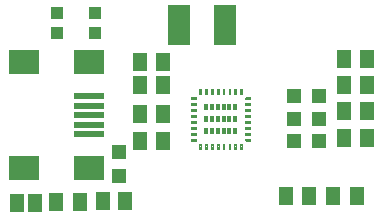
<source format=gtp>
G75*
G70*
%OFA0B0*%
%FSLAX24Y24*%
%IPPOS*%
%LPD*%
%AMOC8*
5,1,8,0,0,1.08239X$1,22.5*
%
%ADD10R,0.0472X0.0472*%
%ADD11R,0.0512X0.0630*%
%ADD12R,0.0984X0.0197*%
%ADD13R,0.0984X0.0787*%
%ADD14R,0.0748X0.1339*%
%ADD15R,0.0394X0.0433*%
%ADD16R,0.0118X0.0236*%
%ADD17C,0.0040*%
%ADD18R,0.0500X0.0500*%
%ADD19R,0.0460X0.0630*%
D10*
X010877Y003163D03*
X011704Y003163D03*
X011704Y003913D03*
X010877Y003913D03*
X010877Y004663D03*
X011704Y004663D03*
D11*
X012541Y005038D03*
X013289Y005038D03*
X013289Y004163D03*
X012541Y004163D03*
X012541Y003288D03*
X013289Y003288D03*
X012959Y001351D03*
X012171Y001351D03*
X011352Y001351D03*
X010604Y001351D03*
X006489Y003163D03*
X005741Y003163D03*
X005741Y004063D03*
X006489Y004063D03*
X006509Y005038D03*
X005721Y005038D03*
X005721Y005813D03*
X006509Y005813D03*
X012541Y005913D03*
X013289Y005913D03*
X005227Y001163D03*
X004479Y001163D03*
X003721Y001138D03*
X002934Y001138D03*
D12*
X004024Y003408D03*
X004024Y003723D03*
X004024Y004038D03*
X004024Y004353D03*
X004024Y004668D03*
D13*
X004024Y005810D03*
X001859Y005810D03*
X001859Y002267D03*
X004024Y002267D03*
D14*
X007022Y007038D03*
X008558Y007038D03*
D15*
X004228Y006766D03*
X002978Y006766D03*
X002978Y007435D03*
X004228Y007435D03*
D16*
X007923Y004307D03*
X008120Y004307D03*
X008317Y004307D03*
X008514Y004307D03*
X008710Y004307D03*
X008907Y004307D03*
X008907Y003913D03*
X008710Y003913D03*
X008514Y003913D03*
X008317Y003913D03*
X008120Y003913D03*
X007923Y003913D03*
X007923Y003520D03*
X008120Y003520D03*
X008317Y003520D03*
X008514Y003520D03*
X008710Y003520D03*
X008907Y003520D03*
D17*
X009232Y003588D02*
X009232Y003647D01*
X009409Y003647D01*
X009409Y003588D01*
X009232Y003588D01*
X009232Y003612D02*
X009409Y003612D01*
X009409Y003785D02*
X009409Y003844D01*
X009232Y003844D01*
X009232Y003785D01*
X009409Y003785D01*
X009409Y003805D02*
X009232Y003805D01*
X009232Y003844D02*
X009409Y003844D01*
X009409Y003982D02*
X009409Y004041D01*
X009232Y004041D01*
X009232Y003982D01*
X009409Y003982D01*
X009409Y003998D02*
X009232Y003998D01*
X009232Y004036D02*
X009409Y004036D01*
X009409Y004179D02*
X009409Y004238D01*
X009232Y004238D01*
X009232Y004179D01*
X009409Y004179D01*
X009409Y004190D02*
X009232Y004190D01*
X009232Y004229D02*
X009409Y004229D01*
X009409Y004376D02*
X009409Y004435D01*
X009232Y004435D01*
X009232Y004376D01*
X009409Y004376D01*
X009409Y004383D02*
X009232Y004383D01*
X009232Y004422D02*
X009409Y004422D01*
X009409Y004573D02*
X009409Y004632D01*
X009252Y004632D01*
X009232Y004612D01*
X009232Y004573D01*
X009409Y004573D01*
X009409Y004576D02*
X009232Y004576D01*
X009235Y004614D02*
X009409Y004614D01*
X009134Y004750D02*
X009114Y004730D01*
X009075Y004730D01*
X009075Y004907D01*
X009134Y004907D01*
X009134Y004750D01*
X009134Y004769D02*
X009075Y004769D01*
X009075Y004807D02*
X009134Y004807D01*
X009134Y004846D02*
X009075Y004846D01*
X009075Y004884D02*
X009134Y004884D01*
X008937Y004884D02*
X008878Y004884D01*
X008878Y004907D02*
X008937Y004907D01*
X008937Y004730D01*
X008878Y004730D01*
X008878Y004907D01*
X008878Y004846D02*
X008937Y004846D01*
X008937Y004807D02*
X008878Y004807D01*
X008878Y004769D02*
X008937Y004769D01*
X008740Y004769D02*
X008681Y004769D01*
X008681Y004807D02*
X008740Y004807D01*
X008740Y004846D02*
X008681Y004846D01*
X008681Y004884D02*
X008740Y004884D01*
X008740Y004907D02*
X008681Y004907D01*
X008681Y004730D01*
X008740Y004730D01*
X008740Y004907D01*
X008543Y004907D02*
X008484Y004907D01*
X008484Y004730D01*
X008543Y004730D01*
X008543Y004907D01*
X008543Y004884D02*
X008484Y004884D01*
X008484Y004846D02*
X008543Y004846D01*
X008543Y004807D02*
X008484Y004807D01*
X008484Y004769D02*
X008543Y004769D01*
X008346Y004769D02*
X008287Y004769D01*
X008287Y004807D02*
X008346Y004807D01*
X008346Y004846D02*
X008287Y004846D01*
X008287Y004884D02*
X008346Y004884D01*
X008346Y004907D02*
X008287Y004907D01*
X008287Y004730D01*
X008346Y004730D01*
X008346Y004907D01*
X008149Y004907D02*
X008090Y004907D01*
X008090Y004730D01*
X008149Y004730D01*
X008149Y004907D01*
X008149Y004884D02*
X008090Y004884D01*
X008090Y004846D02*
X008149Y004846D01*
X008149Y004807D02*
X008090Y004807D01*
X008090Y004769D02*
X008149Y004769D01*
X007953Y004769D02*
X007894Y004769D01*
X007894Y004807D02*
X007953Y004807D01*
X007953Y004846D02*
X007894Y004846D01*
X007894Y004884D02*
X007953Y004884D01*
X007953Y004907D02*
X007894Y004907D01*
X007894Y004730D01*
X007953Y004730D01*
X007953Y004907D01*
X007756Y004907D02*
X007697Y004907D01*
X007697Y004750D01*
X007716Y004730D01*
X007756Y004730D01*
X007756Y004907D01*
X007756Y004884D02*
X007697Y004884D01*
X007697Y004846D02*
X007756Y004846D01*
X007756Y004807D02*
X007697Y004807D01*
X007697Y004769D02*
X007756Y004769D01*
X007598Y004612D02*
X007579Y004632D01*
X007421Y004632D01*
X007421Y004573D01*
X007598Y004573D01*
X007598Y004612D01*
X007596Y004614D02*
X007421Y004614D01*
X007421Y004576D02*
X007598Y004576D01*
X007598Y004435D02*
X007421Y004435D01*
X007421Y004376D01*
X007598Y004376D01*
X007598Y004435D01*
X007598Y004422D02*
X007421Y004422D01*
X007421Y004383D02*
X007598Y004383D01*
X007598Y004238D02*
X007421Y004238D01*
X007421Y004179D01*
X007598Y004179D01*
X007598Y004238D01*
X007598Y004229D02*
X007421Y004229D01*
X007421Y004190D02*
X007598Y004190D01*
X007598Y004041D02*
X007421Y004041D01*
X007421Y003982D01*
X007598Y003982D01*
X007598Y004041D01*
X007598Y004036D02*
X007421Y004036D01*
X007421Y003998D02*
X007598Y003998D01*
X007598Y003844D02*
X007421Y003844D01*
X007421Y003785D01*
X007598Y003785D01*
X007598Y003844D01*
X007421Y003844D01*
X007421Y003805D02*
X007598Y003805D01*
X007598Y003647D02*
X007421Y003647D01*
X007421Y003588D01*
X007598Y003588D01*
X007598Y003647D01*
X007598Y003612D02*
X007421Y003612D01*
X007421Y003451D02*
X007421Y003392D01*
X007598Y003392D01*
X007598Y003451D01*
X007421Y003451D01*
X007421Y003420D02*
X007598Y003420D01*
X007598Y003254D02*
X007421Y003254D01*
X007421Y003195D01*
X007579Y003195D01*
X007598Y003214D01*
X007598Y003254D01*
X007598Y003227D02*
X007421Y003227D01*
X007697Y003077D02*
X007716Y003096D01*
X007756Y003096D01*
X007756Y002919D01*
X007697Y002919D01*
X007697Y003077D01*
X007697Y003073D02*
X007756Y003073D01*
X007756Y003034D02*
X007697Y003034D01*
X007697Y002996D02*
X007756Y002996D01*
X007756Y002957D02*
X007697Y002957D01*
X007894Y002957D02*
X007953Y002957D01*
X007953Y002919D02*
X007894Y002919D01*
X007894Y003096D01*
X007953Y003096D01*
X007953Y002919D01*
X007953Y002996D02*
X007894Y002996D01*
X007894Y003034D02*
X007953Y003034D01*
X007953Y003073D02*
X007894Y003073D01*
X008090Y003073D02*
X008149Y003073D01*
X008149Y003096D02*
X008149Y002919D01*
X008090Y002919D01*
X008090Y003096D01*
X008149Y003096D01*
X008149Y003034D02*
X008090Y003034D01*
X008090Y002996D02*
X008149Y002996D01*
X008149Y002957D02*
X008090Y002957D01*
X008287Y002957D02*
X008346Y002957D01*
X008346Y002919D02*
X008287Y002919D01*
X008287Y003096D01*
X008346Y003096D01*
X008346Y002919D01*
X008346Y002996D02*
X008287Y002996D01*
X008287Y003034D02*
X008346Y003034D01*
X008346Y003073D02*
X008287Y003073D01*
X008484Y003073D02*
X008543Y003073D01*
X008543Y003096D02*
X008543Y002919D01*
X008484Y002919D01*
X008484Y003096D01*
X008543Y003096D01*
X008543Y003034D02*
X008484Y003034D01*
X008484Y002996D02*
X008543Y002996D01*
X008543Y002957D02*
X008484Y002957D01*
X008681Y002957D02*
X008740Y002957D01*
X008740Y002919D02*
X008681Y002919D01*
X008681Y003096D01*
X008740Y003096D01*
X008740Y002919D01*
X008740Y002996D02*
X008681Y002996D01*
X008681Y003034D02*
X008740Y003034D01*
X008740Y003073D02*
X008681Y003073D01*
X008878Y003073D02*
X008937Y003073D01*
X008937Y003096D02*
X008937Y002919D01*
X008878Y002919D01*
X008878Y003096D01*
X008937Y003096D01*
X008937Y003034D02*
X008878Y003034D01*
X008878Y002996D02*
X008937Y002996D01*
X008937Y002957D02*
X008878Y002957D01*
X009075Y002957D02*
X009134Y002957D01*
X009134Y002919D02*
X009075Y002919D01*
X009075Y003096D01*
X009114Y003096D01*
X009134Y003077D01*
X009134Y002919D01*
X009134Y002996D02*
X009075Y002996D01*
X009075Y003034D02*
X009134Y003034D01*
X009134Y003073D02*
X009075Y003073D01*
X009232Y003214D02*
X009252Y003195D01*
X009409Y003195D01*
X009409Y003254D01*
X009232Y003254D01*
X009232Y003214D01*
X009232Y003227D02*
X009409Y003227D01*
X009409Y003392D02*
X009409Y003451D01*
X009232Y003451D01*
X009232Y003392D01*
X009409Y003392D01*
X009409Y003420D02*
X009232Y003420D01*
D18*
X005040Y002813D03*
X005040Y002013D03*
D19*
X001615Y001101D03*
X002215Y001101D03*
M02*

</source>
